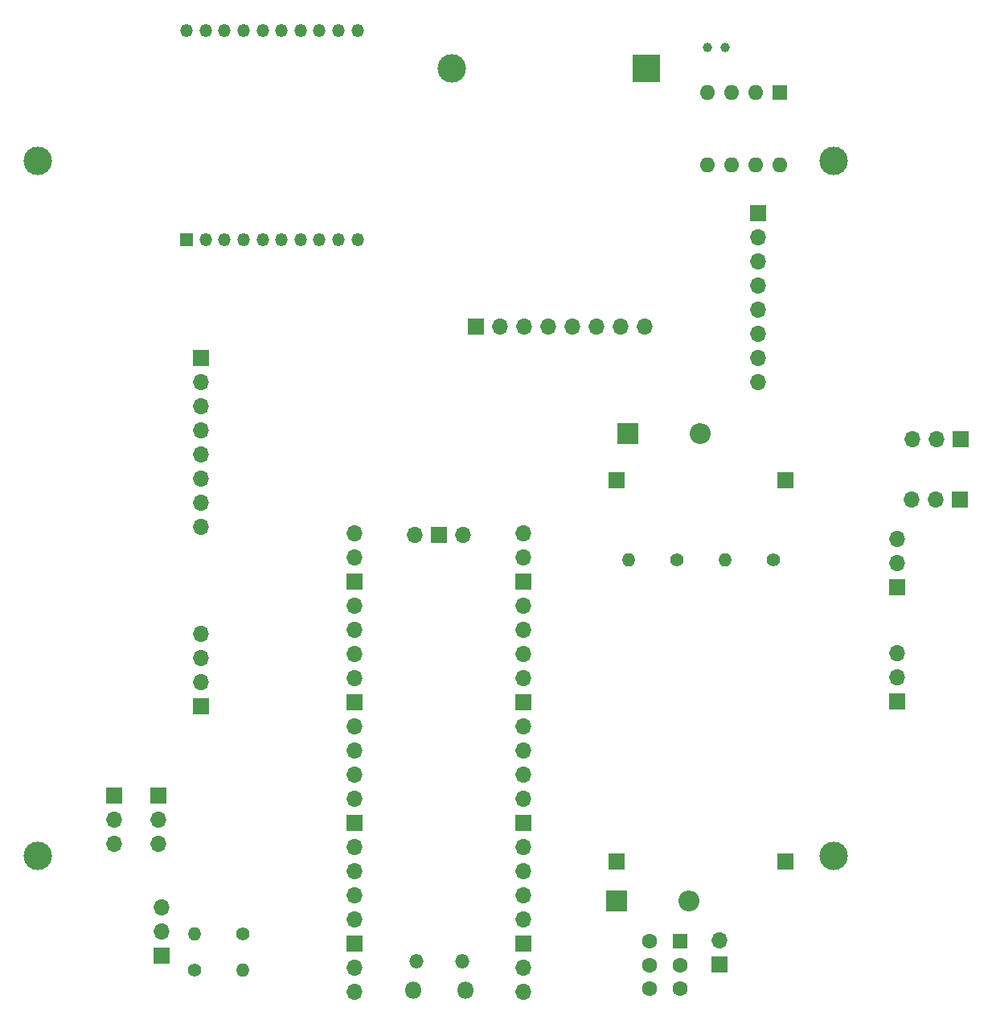
<source format=gbr>
%TF.GenerationSoftware,KiCad,Pcbnew,8.0.2*%
%TF.CreationDate,2024-09-21T01:35:38+02:00*%
%TF.ProjectId,liberocan1,6c696265-726f-4636-916e-312e6b696361,v1.2*%
%TF.SameCoordinates,Original*%
%TF.FileFunction,Soldermask,Bot*%
%TF.FilePolarity,Negative*%
%FSLAX46Y46*%
G04 Gerber Fmt 4.6, Leading zero omitted, Abs format (unit mm)*
G04 Created by KiCad (PCBNEW 8.0.2) date 2024-09-21 01:35:38*
%MOMM*%
%LPD*%
G01*
G04 APERTURE LIST*
%ADD10R,1.700000X1.700000*%
%ADD11O,1.700000X1.700000*%
%ADD12C,1.400000*%
%ADD13O,1.400000X1.400000*%
%ADD14R,2.200000X2.200000*%
%ADD15O,2.200000X2.200000*%
%ADD16C,3.000000*%
%ADD17O,1.800000X1.800000*%
%ADD18O,1.500000X1.500000*%
%ADD19R,3.000000X3.000000*%
%ADD20R,1.600000X1.600000*%
%ADD21O,1.600000X1.600000*%
%ADD22R,1.350000X1.350000*%
%ADD23O,1.350000X1.350000*%
%ADD24C,1.000000*%
%ADD25C,1.600000*%
G04 APERTURE END LIST*
D10*
%TO.C,J2*%
X122555000Y-124460000D03*
D11*
X122555000Y-127000000D03*
X122555000Y-129540000D03*
%TD*%
D10*
%TO.C,U2*%
X122925000Y-141315000D03*
D11*
X122925000Y-138775000D03*
X122925000Y-136235000D03*
%TD*%
D10*
%TO.C,U6*%
X127000000Y-78450000D03*
D11*
X127000000Y-80990000D03*
X127000000Y-83530000D03*
X127000000Y-86070000D03*
X127000000Y-88610000D03*
X127000000Y-91150000D03*
X127000000Y-93690000D03*
X127000000Y-96230000D03*
%TD*%
D10*
%TO.C,U1*%
X127000000Y-115095000D03*
D11*
X127000000Y-112555000D03*
X127000000Y-110015000D03*
X127000000Y-107475000D03*
%TD*%
D12*
%TO.C,R3*%
X131445000Y-139065000D03*
D13*
X126365000Y-139065000D03*
%TD*%
D10*
%TO.C,MainBT1*%
X181610000Y-142240000D03*
D11*
X181610000Y-139700000D03*
%TD*%
D14*
%TO.C,D2*%
X170815000Y-135600000D03*
D15*
X178435000Y-135600000D03*
%TD*%
D10*
%TO.C,SmallM3*%
X206980000Y-93345000D03*
D11*
X204440000Y-93345000D03*
X201900000Y-93345000D03*
%TD*%
D16*
%TO.C,REF\u002A\u002A*%
X193675000Y-130810000D03*
%TD*%
D10*
%TO.C,U9*%
X170815000Y-131426000D03*
X188595000Y-131426000D03*
X188595000Y-91294000D03*
X170815000Y-91294000D03*
%TD*%
%TO.C,J1*%
X117905000Y-124460000D03*
D11*
X117905000Y-127000000D03*
X117905000Y-129540000D03*
%TD*%
D17*
%TO.C,U5*%
X154860000Y-144995000D03*
D18*
X154560000Y-141965000D03*
X149710000Y-141965000D03*
D17*
X149410000Y-144995000D03*
D11*
X161025000Y-145125000D03*
X161025000Y-142585000D03*
D10*
X161025000Y-140045000D03*
D11*
X161025000Y-137505000D03*
X161025000Y-134965000D03*
X161025000Y-132425000D03*
X161025000Y-129885000D03*
D10*
X161025000Y-127345000D03*
D11*
X161025000Y-124805000D03*
X161025000Y-122265000D03*
X161025000Y-119725000D03*
X161025000Y-117185000D03*
D10*
X161025000Y-114645000D03*
D11*
X161025000Y-112105000D03*
X161025000Y-109565000D03*
X161025000Y-107025000D03*
X161025000Y-104485000D03*
D10*
X161025000Y-101945000D03*
D11*
X161025000Y-99405000D03*
X161025000Y-96865000D03*
X143245000Y-96865000D03*
X143245000Y-99405000D03*
D10*
X143245000Y-101945000D03*
D11*
X143245000Y-104485000D03*
X143245000Y-107025000D03*
X143245000Y-109565000D03*
X143245000Y-112105000D03*
D10*
X143245000Y-114645000D03*
D11*
X143245000Y-117185000D03*
X143245000Y-119725000D03*
X143245000Y-122265000D03*
X143245000Y-124805000D03*
D10*
X143245000Y-127345000D03*
D11*
X143245000Y-129885000D03*
X143245000Y-132425000D03*
X143245000Y-134965000D03*
X143245000Y-137505000D03*
D10*
X143245000Y-140045000D03*
D11*
X143245000Y-142585000D03*
X143245000Y-145125000D03*
X154675000Y-97095000D03*
D10*
X152135000Y-97095000D03*
D11*
X149595000Y-97095000D03*
%TD*%
D19*
%TO.C,CellBT1*%
X173910000Y-47970001D03*
D16*
X153420000Y-47970001D03*
%TD*%
D20*
%TO.C,U3*%
X187960000Y-50520000D03*
D21*
X185420000Y-50520000D03*
X182880000Y-50520000D03*
X180340000Y-50520000D03*
X180340000Y-58140000D03*
X182880000Y-58140000D03*
X185420000Y-58140000D03*
X187960000Y-58140000D03*
%TD*%
D10*
%TO.C,BigM1*%
X200395000Y-114630000D03*
D11*
X200395000Y-112090000D03*
X200395000Y-109550000D03*
%TD*%
D16*
%TO.C,REF\u002A\u002A*%
X109855000Y-57690000D03*
%TD*%
%TO.C,REF\u002A\u002A*%
X193675000Y-57690000D03*
%TD*%
D10*
%TO.C,SmallM2*%
X207010000Y-86995000D03*
D11*
X204470000Y-86995000D03*
X201930000Y-86995000D03*
%TD*%
D22*
%TO.C,U4*%
X125520000Y-65955000D03*
D23*
X127520000Y-65955000D03*
X129520000Y-65955000D03*
X131520000Y-65955000D03*
X133520000Y-65955000D03*
X135520000Y-65955000D03*
X137520000Y-65955000D03*
X139520000Y-65955000D03*
X141520000Y-65955000D03*
X143520000Y-65955000D03*
X143520000Y-43955000D03*
X141520000Y-43955000D03*
X139520000Y-43955000D03*
X137520000Y-43955000D03*
X135520000Y-43955000D03*
X133520000Y-43955000D03*
X131520000Y-43955000D03*
X129520000Y-43955000D03*
X127520000Y-43955000D03*
X125520000Y-43955000D03*
%TD*%
D24*
%TO.C,Y1*%
X180340000Y-45720000D03*
X182240000Y-45720000D03*
%TD*%
D12*
%TO.C,R2*%
X187325000Y-99695000D03*
D13*
X182245000Y-99695000D03*
%TD*%
D12*
%TO.C,R4*%
X126365000Y-142875000D03*
D13*
X131445000Y-142875000D03*
%TD*%
D10*
%TO.C,SmallM1*%
X200395000Y-102565000D03*
D11*
X200395000Y-100025000D03*
X200395000Y-97485000D03*
%TD*%
D20*
%TO.C,SW1*%
X177495000Y-139832500D03*
D25*
X177495000Y-142332500D03*
X177495000Y-144832500D03*
X174295000Y-139832500D03*
X174295000Y-142332500D03*
X174295000Y-144832500D03*
%TD*%
D10*
%TO.C,U7*%
X185710000Y-63190000D03*
D11*
X185710000Y-65730000D03*
X185710000Y-68270000D03*
X185710000Y-70810000D03*
X185710000Y-73350000D03*
X185710000Y-75890000D03*
X185710000Y-78430000D03*
X185710000Y-80970000D03*
%TD*%
D12*
%TO.C,R1*%
X177165000Y-99695000D03*
D13*
X172085000Y-99695000D03*
%TD*%
D10*
%TO.C,U8*%
X155985000Y-75175000D03*
D11*
X158525000Y-75175000D03*
X161065000Y-75175000D03*
X163605000Y-75175000D03*
X166145000Y-75175000D03*
X168685000Y-75175000D03*
X171225000Y-75175000D03*
X173765000Y-75175000D03*
%TD*%
D14*
%TO.C,D1*%
X172005000Y-86360000D03*
D15*
X179625000Y-86360000D03*
%TD*%
D16*
%TO.C,REF\u002A\u002A*%
X109855000Y-130810000D03*
%TD*%
M02*

</source>
